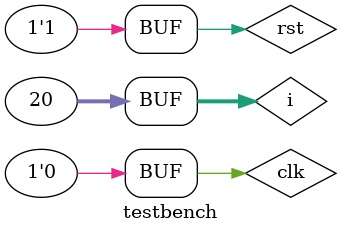
<source format=v>
module jkff(j, k, clr, clk, q);
    output reg q;
    input j, k, clr, clk;
    initial
        q = 1'b0;
    always @(posedge clk) begin
        if(!clr) q <= 0;
        else begin
            if(j == 0 && k == 0) q <= q;
            else if(j == 1 && k == 0) q <= 1;
            else if(j == 0 && k == 1) q <= 0;
            else q <= ~q;
        end
    end
endmodule

module four_counter(clk, clr, q);
    input clk, clr;
    output [3:0] q;

    jkff j0(1'b1, 1'b1, clr, clk, q[0]);
    jkff j1(q[0], q[0], clr, clk, q[1]);
    jkff j2(q[0] & q[1], q[0] & q[1], clr, clk, q[2]);
    jkff j3(q[0] & q[1] & q[2], q[0] & q[1] & q[2], clr, clk, q[3]);
endmodule

module testbench;
    parameter n = 20;
    reg clk, rst;
    integer  i;
    wire [3:0] q;
    four_counter f(clk, rst, q);
    initial begin
        clk = 0;
        rst = 1;
        for( i = 0; i < n; i = i + 1) begin
            $display("q = ", q, " i = ", i);
            #2 clk = 1;
            #2 clk = 0;
        end
    end
endmodule
</source>
